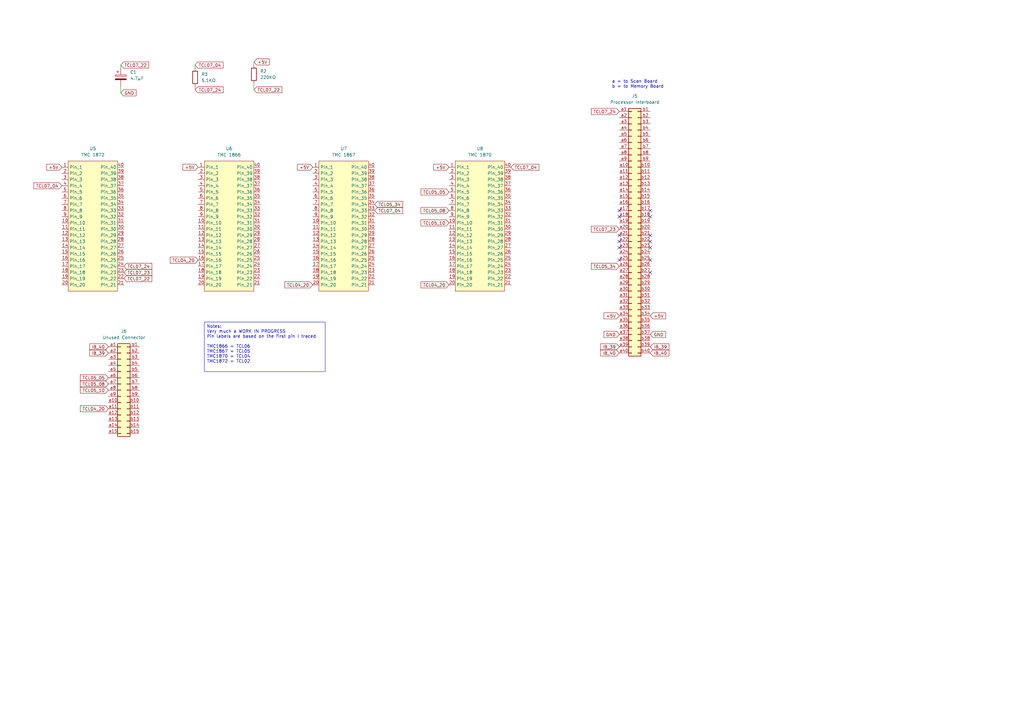
<source format=kicad_sch>
(kicad_sch (version 20250114) (generator "eeschema") (generator_version "9.0")
  (paper "A3")
  (title_block (title "Compucorp 300-Series Processor Board") (date "2/FEB/2026") (rev "WIP") (company "Brett Hallen") (comment 4 "Note!  This is incomplete & maybe has errors"))
  (lib_symbols
    (symbol "Compucorp_324G_Scientist:TMC_1866"
      (property "Reference" "U" (at -10.16 2.54 0))
      (property "Value" "TMC 1866" (at 5.08 2.54 0))
      (symbol "TMC_1866_1_1"
        (rectangle (start -10.16 0) (end 10.16 -53.34) (fill (type color) (color 255 255 194 1)))
        (pin input line (at -12.7 -2.54 0) (length 2.54) (name "Pin_1") (number "1"))
        (pin input line (at -12.7 -5.08 0) (length 2.54) (name "Pin_2") (number "2"))
        (pin input line (at -12.7 -7.62 0) (length 2.54) (name "Pin_3") (number "3"))
        (pin input line (at -12.7 -10.16 0) (length 2.54) (name "Pin_4") (number "4"))
        (pin input line (at -12.7 -12.7 0) (length 2.54) (name "Pin_5") (number "5"))
        (pin input line (at -12.7 -15.24 0) (length 2.54) (name "Pin_6") (number "6"))
        (pin input line (at -12.7 -17.78 0) (length 2.54) (name "Pin_7") (number "7"))
        (pin input line (at -12.7 -20.32 0) (length 2.54) (name "Pin_8") (number "8"))
        (pin input line (at -12.7 -22.86 0) (length 2.54) (name "Pin_9") (number "9"))
        (pin input line (at -12.7 -25.4 0) (length 2.54) (name "Pin_10") (number "10"))
        (pin input line (at -12.7 -27.94 0) (length 2.54) (name "Pin_11") (number "11"))
        (pin input line (at -12.7 -30.48 0) (length 2.54) (name "Pin_12") (number "12"))
        (pin input line (at -12.7 -33.02 0) (length 2.54) (name "Pin_13") (number "13"))
        (pin input line (at -12.7 -35.56 0) (length 2.54) (name "Pin_14") (number "14"))
        (pin input line (at -12.7 -38.1 0) (length 2.54) (name "Pin_15") (number "15"))
        (pin input line (at -12.7 -40.64 0) (length 2.54) (name "Pin_16") (number "16"))
        (pin input line (at -12.7 -43.18 0) (length 2.54) (name "Pin_17") (number "17"))
        (pin input line (at -12.7 -45.72 0) (length 2.54) (name "Pin_18") (number "18"))
        (pin input line (at -12.7 -48.26 0) (length 2.54) (name "Pin_19") (number "19"))
        (pin input line (at -12.7 -50.8 0) (length 2.54) (name "Pin_20") (number "20"))
        (pin input line (at 12.7 -2.54 180) (length 2.54) (name "Pin_40") (number "40"))
        (pin input line (at 12.7 -5.08 180) (length 2.54) (name "Pin_39") (number "39"))
        (pin input line (at 12.7 -7.62 180) (length 2.54) (name "Pin_38") (number "38"))
        (pin input line (at 12.7 -10.16 180) (length 2.54) (name "Pin_37") (number "37"))
        (pin input line (at 12.7 -12.7 180) (length 2.54) (name "Pin_36") (number "36"))
        (pin input line (at 12.7 -15.24 180) (length 2.54) (name "Pin_35") (number "35"))
        (pin input line (at 12.7 -17.78 180) (length 2.54) (name "Pin_34") (number "34"))
        (pin input line (at 12.7 -20.32 180) (length 2.54) (name "Pin_33") (number "33"))
        (pin input line (at 12.7 -22.86 180) (length 2.54) (name "Pin_32") (number "32"))
        (pin input line (at 12.7 -25.4 180) (length 2.54) (name "Pin_31") (number "31"))
        (pin input line (at 12.7 -27.94 180) (length 2.54) (name "Pin_30") (number "30"))
        (pin input line (at 12.7 -30.48 180) (length 2.54) (name "Pin_29") (number "29"))
        (pin input line (at 12.7 -33.02 180) (length 2.54) (name "Pin_28") (number "28"))
        (pin input line (at 12.7 -35.56 180) (length 2.54) (name "Pin_27") (number "27"))
        (pin input line (at 12.7 -38.1 180) (length 2.54) (name "Pin_26") (number "26"))
        (pin input line (at 12.7 -40.64 180) (length 2.54) (name "Pin_25") (number "25"))
        (pin input line (at 12.7 -43.18 180) (length 2.54) (name "Pin_24") (number "24"))
        (pin input line (at 12.7 -45.72 180) (length 2.54) (name "Pin_23") (number "23"))
        (pin input line (at 12.7 -48.26 180) (length 2.54) (name "Pin_22") (number "22"))
        (pin input line (at 12.7 -50.8 180) (length 2.54) (name "Pin_21") (number "21"))
      )
    )
    (symbol "Compucorp_324G_Scientist:TMC_1867"
      (property "Reference" "U" (at -10.16 2.54 0))
      (property "Value" "TMC 1867" (at 5.08 2.54 0))
      (symbol "TMC_1867_1_1"
        (rectangle (start -10.16 0) (end 10.16 -53.34) (fill (type color) (color 255 255 194 1)))
        (pin input line (at -12.7 -2.54 0) (length 2.54) (name "Pin_1") (number "1"))
        (pin input line (at -12.7 -5.08 0) (length 2.54) (name "Pin_2") (number "2"))
        (pin input line (at -12.7 -7.62 0) (length 2.54) (name "Pin_3") (number "3"))
        (pin input line (at -12.7 -10.16 0) (length 2.54) (name "Pin_4") (number "4"))
        (pin input line (at -12.7 -12.7 0) (length 2.54) (name "Pin_5") (number "5"))
        (pin input line (at -12.7 -15.24 0) (length 2.54) (name "Pin_6") (number "6"))
        (pin input line (at -12.7 -17.78 0) (length 2.54) (name "Pin_7") (number "7"))
        (pin input line (at -12.7 -20.32 0) (length 2.54) (name "Pin_8") (number "8"))
        (pin input line (at -12.7 -22.86 0) (length 2.54) (name "Pin_9") (number "9"))
        (pin input line (at -12.7 -25.4 0) (length 2.54) (name "Pin_10") (number "10"))
        (pin input line (at -12.7 -27.94 0) (length 2.54) (name "Pin_11") (number "11"))
        (pin input line (at -12.7 -30.48 0) (length 2.54) (name "Pin_12") (number "12"))
        (pin input line (at -12.7 -33.02 0) (length 2.54) (name "Pin_13") (number "13"))
        (pin input line (at -12.7 -35.56 0) (length 2.54) (name "Pin_14") (number "14"))
        (pin input line (at -12.7 -38.1 0) (length 2.54) (name "Pin_15") (number "15"))
        (pin input line (at -12.7 -40.64 0) (length 2.54) (name "Pin_16") (number "16"))
        (pin input line (at -12.7 -43.18 0) (length 2.54) (name "Pin_17") (number "17"))
        (pin input line (at -12.7 -45.72 0) (length 2.54) (name "Pin_18") (number "18"))
        (pin input line (at -12.7 -48.26 0) (length 2.54) (name "Pin_19") (number "19"))
        (pin input line (at -12.7 -50.8 0) (length 2.54) (name "Pin_20") (number "20"))
        (pin input line (at 12.7 -2.54 180) (length 2.54) (name "Pin_40") (number "40"))
        (pin input line (at 12.7 -5.08 180) (length 2.54) (name "Pin_39") (number "39"))
        (pin input line (at 12.7 -7.62 180) (length 2.54) (name "Pin_38") (number "38"))
        (pin input line (at 12.7 -10.16 180) (length 2.54) (name "Pin_37") (number "37"))
        (pin input line (at 12.7 -12.7 180) (length 2.54) (name "Pin_36") (number "36"))
        (pin input line (at 12.7 -15.24 180) (length 2.54) (name "Pin_35") (number "35"))
        (pin input line (at 12.7 -17.78 180) (length 2.54) (name "Pin_34") (number "34"))
        (pin input line (at 12.7 -20.32 180) (length 2.54) (name "Pin_33") (number "33"))
        (pin input line (at 12.7 -22.86 180) (length 2.54) (name "Pin_32") (number "32"))
        (pin input line (at 12.7 -25.4 180) (length 2.54) (name "Pin_31") (number "31"))
        (pin input line (at 12.7 -27.94 180) (length 2.54) (name "Pin_30") (number "30"))
        (pin input line (at 12.7 -30.48 180) (length 2.54) (name "Pin_29") (number "29"))
        (pin input line (at 12.7 -33.02 180) (length 2.54) (name "Pin_28") (number "28"))
        (pin input line (at 12.7 -35.56 180) (length 2.54) (name "Pin_27") (number "27"))
        (pin input line (at 12.7 -38.1 180) (length 2.54) (name "Pin_26") (number "26"))
        (pin input line (at 12.7 -40.64 180) (length 2.54) (name "Pin_25") (number "25"))
        (pin input line (at 12.7 -43.18 180) (length 2.54) (name "Pin_24") (number "24"))
        (pin input line (at 12.7 -45.72 180) (length 2.54) (name "Pin_23") (number "23"))
        (pin input line (at 12.7 -48.26 180) (length 2.54) (name "Pin_22") (number "22"))
        (pin input line (at 12.7 -50.8 180) (length 2.54) (name "Pin_21") (number "21"))
      )
    )
    (symbol "Compucorp_324G_Scientist:TMC_1870"
      (property "Reference" "U" (at -10.16 2.54 0))
      (property "Value" "TMC 1870" (at 5.08 2.54 0))
      (symbol "TMC_1870_1_1"
        (rectangle (start -10.16 0) (end 10.16 -53.34) (fill (type color) (color 255 255 194 1)))
        (pin input line (at -12.7 -2.54 0) (length 2.54) (name "Pin_1") (number "1"))
        (pin input line (at -12.7 -5.08 0) (length 2.54) (name "Pin_2") (number "2"))
        (pin input line (at -12.7 -7.62 0) (length 2.54) (name "Pin_3") (number "3"))
        (pin input line (at -12.7 -10.16 0) (length 2.54) (name "Pin_4") (number "4"))
        (pin input line (at -12.7 -12.7 0) (length 2.54) (name "Pin_5") (number "5"))
        (pin input line (at -12.7 -15.24 0) (length 2.54) (name "Pin_6") (number "6"))
        (pin input line (at -12.7 -17.78 0) (length 2.54) (name "Pin_7") (number "7"))
        (pin input line (at -12.7 -20.32 0) (length 2.54) (name "Pin_8") (number "8"))
        (pin input line (at -12.7 -22.86 0) (length 2.54) (name "Pin_9") (number "9"))
        (pin input line (at -12.7 -25.4 0) (length 2.54) (name "Pin_10") (number "10"))
        (pin input line (at -12.7 -27.94 0) (length 2.54) (name "Pin_11") (number "11"))
        (pin input line (at -12.7 -30.48 0) (length 2.54) (name "Pin_12") (number "12"))
        (pin input line (at -12.7 -33.02 0) (length 2.54) (name "Pin_13") (number "13"))
        (pin input line (at -12.7 -35.56 0) (length 2.54) (name "Pin_14") (number "14"))
        (pin input line (at -12.7 -38.1 0) (length 2.54) (name "Pin_15") (number "15"))
        (pin input line (at -12.7 -40.64 0) (length 2.54) (name "Pin_16") (number "16"))
        (pin input line (at -12.7 -43.18 0) (length 2.54) (name "Pin_17") (number "17"))
        (pin input line (at -12.7 -45.72 0) (length 2.54) (name "Pin_18") (number "18"))
        (pin input line (at -12.7 -48.26 0) (length 2.54) (name "Pin_19") (number "19"))
        (pin input line (at -12.7 -50.8 0) (length 2.54) (name "Pin_20") (number "20"))
        (pin input line (at 12.7 -2.54 180) (length 2.54) (name "Pin_40") (number "40"))
        (pin input line (at 12.7 -5.08 180) (length 2.54) (name "Pin_39") (number "39"))
        (pin input line (at 12.7 -7.62 180) (length 2.54) (name "Pin_38") (number "38"))
        (pin input line (at 12.7 -10.16 180) (length 2.54) (name "Pin_37") (number "37"))
        (pin input line (at 12.7 -12.7 180) (length 2.54) (name "Pin_36") (number "36"))
        (pin input line (at 12.7 -15.24 180) (length 2.54) (name "Pin_35") (number "35"))
        (pin input line (at 12.7 -17.78 180) (length 2.54) (name "Pin_34") (number "34"))
        (pin input line (at 12.7 -20.32 180) (length 2.54) (name "Pin_33") (number "33"))
        (pin input line (at 12.7 -22.86 180) (length 2.54) (name "Pin_32") (number "32"))
        (pin input line (at 12.7 -25.4 180) (length 2.54) (name "Pin_31") (number "31"))
        (pin input line (at 12.7 -27.94 180) (length 2.54) (name "Pin_30") (number "30"))
        (pin input line (at 12.7 -30.48 180) (length 2.54) (name "Pin_29") (number "29"))
        (pin input line (at 12.7 -33.02 180) (length 2.54) (name "Pin_28") (number "28"))
        (pin input line (at 12.7 -35.56 180) (length 2.54) (name "Pin_27") (number "27"))
        (pin input line (at 12.7 -38.1 180) (length 2.54) (name "Pin_26") (number "26"))
        (pin input line (at 12.7 -40.64 180) (length 2.54) (name "Pin_25") (number "25"))
        (pin input line (at 12.7 -43.18 180) (length 2.54) (name "Pin_24") (number "24"))
        (pin input line (at 12.7 -45.72 180) (length 2.54) (name "Pin_23") (number "23"))
        (pin input line (at 12.7 -48.26 180) (length 2.54) (name "Pin_22") (number "22"))
        (pin input line (at 12.7 -50.8 180) (length 2.54) (name "Pin_21") (number "21"))
      )
    )
    (symbol "Compucorp_324G_Scientist:TMC_1872"
      (property "Reference" "U" (at -10.16 2.54 0))
      (property "Value" "TMC 1872" (at 5.08 2.54 0))
      (symbol "TMC_1872_1_1"
        (rectangle (start -10.16 0) (end 10.16 -53.34) (fill (type color) (color 255 255 194 1)))
        (pin input line (at -12.7 -2.54 0) (length 2.54) (name "Pin_1") (number "1"))
        (pin input line (at -12.7 -5.08 0) (length 2.54) (name "Pin_2") (number "2"))
        (pin input line (at -12.7 -7.62 0) (length 2.54) (name "Pin_3") (number "3"))
        (pin input line (at -12.7 -10.16 0) (length 2.54) (name "Pin_4") (number "4"))
        (pin input line (at -12.7 -12.7 0) (length 2.54) (name "Pin_5") (number "5"))
        (pin input line (at -12.7 -15.24 0) (length 2.54) (name "Pin_6") (number "6"))
        (pin input line (at -12.7 -17.78 0) (length 2.54) (name "Pin_7") (number "7"))
        (pin input line (at -12.7 -20.32 0) (length 2.54) (name "Pin_8") (number "8"))
        (pin input line (at -12.7 -22.86 0) (length 2.54) (name "Pin_9") (number "9"))
        (pin input line (at -12.7 -25.4 0) (length 2.54) (name "Pin_10") (number "10"))
        (pin input line (at -12.7 -27.94 0) (length 2.54) (name "Pin_11") (number "11"))
        (pin input line (at -12.7 -30.48 0) (length 2.54) (name "Pin_12") (number "12"))
        (pin input line (at -12.7 -33.02 0) (length 2.54) (name "Pin_13") (number "13"))
        (pin input line (at -12.7 -35.56 0) (length 2.54) (name "Pin_14") (number "14"))
        (pin input line (at -12.7 -38.1 0) (length 2.54) (name "Pin_15") (number "15"))
        (pin input line (at -12.7 -40.64 0) (length 2.54) (name "Pin_16") (number "16"))
        (pin input line (at -12.7 -43.18 0) (length 2.54) (name "Pin_17") (number "17"))
        (pin input line (at -12.7 -45.72 0) (length 2.54) (name "Pin_18") (number "18"))
        (pin input line (at -12.7 -48.26 0) (length 2.54) (name "Pin_19") (number "19"))
        (pin input line (at -12.7 -50.8 0) (length 2.54) (name "Pin_20") (number "20"))
        (pin input line (at 12.7 -2.54 180) (length 2.54) (name "Pin_40") (number "40"))
        (pin input line (at 12.7 -5.08 180) (length 2.54) (name "Pin_39") (number "39"))
        (pin input line (at 12.7 -7.62 180) (length 2.54) (name "Pin_38") (number "38"))
        (pin input line (at 12.7 -10.16 180) (length 2.54) (name "Pin_37") (number "37"))
        (pin input line (at 12.7 -12.7 180) (length 2.54) (name "Pin_36") (number "36"))
        (pin input line (at 12.7 -15.24 180) (length 2.54) (name "Pin_35") (number "35"))
        (pin input line (at 12.7 -17.78 180) (length 2.54) (name "Pin_34") (number "34"))
        (pin input line (at 12.7 -20.32 180) (length 2.54) (name "Pin_33") (number "33"))
        (pin input line (at 12.7 -22.86 180) (length 2.54) (name "Pin_32") (number "32"))
        (pin input line (at 12.7 -25.4 180) (length 2.54) (name "Pin_31") (number "31"))
        (pin input line (at 12.7 -27.94 180) (length 2.54) (name "Pin_30") (number "30"))
        (pin input line (at 12.7 -30.48 180) (length 2.54) (name "Pin_29") (number "29"))
        (pin input line (at 12.7 -33.02 180) (length 2.54) (name "Pin_28") (number "28"))
        (pin input line (at 12.7 -35.56 180) (length 2.54) (name "Pin_27") (number "27"))
        (pin input line (at 12.7 -38.1 180) (length 2.54) (name "Pin_26") (number "26"))
        (pin input line (at 12.7 -40.64 180) (length 2.54) (name "Pin_25") (number "25"))
        (pin input line (at 12.7 -43.18 180) (length 2.54) (name "Pin_24") (number "24"))
        (pin input line (at 12.7 -45.72 180) (length 2.54) (name "Pin_23") (number "23"))
        (pin input line (at 12.7 -48.26 180) (length 2.54) (name "Pin_22") (number "22"))
        (pin input line (at 12.7 -50.8 180) (length 2.54) (name "Pin_21") (number "21"))
      )
    )
    (symbol "Connector_Generic:Conn_02x15_Row_Letter_First" (pin_names (offset 1.016) (hide yes))
      (property "Reference" "J" (at 1.27 20.32 0))
      (property "Value" "Conn_02x15_Row_Letter_First" (at 1.27 -20.32 0))
      (symbol "Conn_02x15_Row_Letter_First_1_1"
        (rectangle (start -1.27 19.05) (end 3.81 -19.05) (stroke (width 0.254)) (fill (type background)))
        (rectangle (start -1.27 17.907) (end 0 17.653) (stroke (width 0.1524)))
        (rectangle (start -1.27 15.367) (end 0 15.113) (stroke (width 0.1524)))
        (rectangle (start -1.27 12.827) (end 0 12.573) (stroke (width 0.1524)))
        (rectangle (start -1.27 10.287) (end 0 10.033) (stroke (width 0.1524)))
        (rectangle (start -1.27 7.747) (end 0 7.493) (stroke (width 0.1524)))
        (rectangle (start -1.27 5.207) (end 0 4.953) (stroke (width 0.1524)))
        (rectangle (start -1.27 2.667) (end 0 2.413) (stroke (width 0.1524)))
        (rectangle (start -1.27 0.127) (end 0 -0.127) (stroke (width 0.1524)))
        (rectangle (start -1.27 -2.413) (end 0 -2.667) (stroke (width 0.1524)))
        (rectangle (start -1.27 -4.953) (end 0 -5.207) (stroke (width 0.1524)))
        (rectangle (start -1.27 -7.493) (end 0 -7.747) (stroke (width 0.1524)))
        (rectangle (start -1.27 -10.033) (end 0 -10.287) (stroke (width 0.1524)))
        (rectangle (start -1.27 -12.573) (end 0 -12.827) (stroke (width 0.1524)))
        (rectangle (start -1.27 -15.113) (end 0 -15.367) (stroke (width 0.1524)))
        (rectangle (start -1.27 -17.653) (end 0 -17.907) (stroke (width 0.1524)))
        (rectangle (start 3.81 17.907) (end 2.54 17.653) (stroke (width 0.1524)))
        (rectangle (start 3.81 15.367) (end 2.54 15.113) (stroke (width 0.1524)))
        (rectangle (start 3.81 12.827) (end 2.54 12.573) (stroke (width 0.1524)))
        (rectangle (start 3.81 10.287) (end 2.54 10.033) (stroke (width 0.1524)))
        (rectangle (start 3.81 7.747) (end 2.54 7.493) (stroke (width 0.1524)))
        (rectangle (start 3.81 5.207) (end 2.54 4.953) (stroke (width 0.1524)))
        (rectangle (start 3.81 2.667) (end 2.54 2.413) (stroke (width 0.1524)))
        (rectangle (start 3.81 0.127) (end 2.54 -0.127) (stroke (width 0.1524)))
        (rectangle (start 3.81 -2.413) (end 2.54 -2.667) (stroke (width 0.1524)))
        (rectangle (start 3.81 -4.953) (end 2.54 -5.207) (stroke (width 0.1524)))
        (rectangle (start 3.81 -7.493) (end 2.54 -7.747) (stroke (width 0.1524)))
        (rectangle (start 3.81 -10.033) (end 2.54 -10.287) (stroke (width 0.1524)))
        (rectangle (start 3.81 -12.573) (end 2.54 -12.827) (stroke (width 0.1524)))
        (rectangle (start 3.81 -15.113) (end 2.54 -15.367) (stroke (width 0.1524)))
        (rectangle (start 3.81 -17.653) (end 2.54 -17.907) (stroke (width 0.1524)))
        (pin passive line (at -5.08 17.78 0) (length 3.81) (name "Pin_a1") (number "a1"))
        (pin passive line (at -5.08 15.24 0) (length 3.81) (name "Pin_a2") (number "a2"))
        (pin passive line (at -5.08 12.7 0) (length 3.81) (name "Pin_a3") (number "a3"))
        (pin passive line (at -5.08 10.16 0) (length 3.81) (name "Pin_a4") (number "a4"))
        (pin passive line (at -5.08 7.62 0) (length 3.81) (name "Pin_a5") (number "a5"))
        (pin passive line (at -5.08 5.08 0) (length 3.81) (name "Pin_a6") (number "a6"))
        (pin passive line (at -5.08 2.54 0) (length 3.81) (name "Pin_a7") (number "a7"))
        (pin passive line (at -5.08 0 0) (length 3.81) (name "Pin_a8") (number "a8"))
        (pin passive line (at -5.08 -2.54 0) (length 3.81) (name "Pin_a9") (number "a9"))
        (pin passive line (at -5.08 -5.08 0) (length 3.81) (name "Pin_a10") (number "a10"))
        (pin passive line (at -5.08 -7.62 0) (length 3.81) (name "Pin_a11") (number "a11"))
        (pin passive line (at -5.08 -10.16 0) (length 3.81) (name "Pin_a12") (number "a12"))
        (pin passive line (at -5.08 -12.7 0) (length 3.81) (name "Pin_a13") (number "a13"))
        (pin passive line (at -5.08 -15.24 0) (length 3.81) (name "Pin_a14") (number "a14"))
        (pin passive line (at -5.08 -17.78 0) (length 3.81) (name "Pin_a15") (number "a15"))
        (pin passive line (at 7.62 17.78 180) (length 3.81) (name "Pin_b1") (number "b1"))
        (pin passive line (at 7.62 15.24 180) (length 3.81) (name "Pin_b2") (number "b2"))
        (pin passive line (at 7.62 12.7 180) (length 3.81) (name "Pin_b3") (number "b3"))
        (pin passive line (at 7.62 10.16 180) (length 3.81) (name "Pin_b4") (number "b4"))
        (pin passive line (at 7.62 7.62 180) (length 3.81) (name "Pin_b5") (number "b5"))
        (pin passive line (at 7.62 5.08 180) (length 3.81) (name "Pin_b6") (number "b6"))
        (pin passive line (at 7.62 2.54 180) (length 3.81) (name "Pin_b7") (number "b7"))
        (pin passive line (at 7.62 0 180) (length 3.81) (name "Pin_b8") (number "b8"))
        (pin passive line (at 7.62 -2.54 180) (length 3.81) (name "Pin_b9") (number "b9"))
        (pin passive line (at 7.62 -5.08 180) (length 3.81) (name "Pin_b10") (number "b10"))
        (pin passive line (at 7.62 -7.62 180) (length 3.81) (name "Pin_b11") (number "b11"))
        (pin passive line (at 7.62 -10.16 180) (length 3.81) (name "Pin_b12") (number "b12"))
        (pin passive line (at 7.62 -12.7 180) (length 3.81) (name "Pin_b13") (number "b13"))
        (pin passive line (at 7.62 -15.24 180) (length 3.81) (name "Pin_b14") (number "b14"))
        (pin passive line (at 7.62 -17.78 180) (length 3.81) (name "Pin_b15") (number "b15"))
      )
    )
    (symbol "Connector_Generic:Conn_02x40_Row_Letter_First" (pin_names (offset 1.016) (hide yes))
      (property "Reference" "J" (at 1.27 50.8 0))
      (property "Value" "Conn_02x40_Row_Letter_First" (at 1.27 -53.34 0))
      (symbol "Conn_02x40_Row_Letter_First_1_1"
        (rectangle (start -1.27 49.53) (end 3.81 -52.07) (stroke (width 0.254)) (fill (type background)))
        (rectangle (start -1.27 48.387) (end 0 48.133) (stroke (width 0.1524)))
        (rectangle (start -1.27 45.847) (end 0 45.593) (stroke (width 0.1524)))
        (rectangle (start -1.27 43.307) (end 0 43.053) (stroke (width 0.1524)))
        (rectangle (start -1.27 40.767) (end 0 40.513) (stroke (width 0.1524)))
        (rectangle (start -1.27 38.227) (end 0 37.973) (stroke (width 0.1524)))
        (rectangle (start -1.27 35.687) (end 0 35.433) (stroke (width 0.1524)))
        (rectangle (start -1.27 33.147) (end 0 32.893) (stroke (width 0.1524)))
        (rectangle (start -1.27 30.607) (end 0 30.353) (stroke (width 0.1524)))
        (rectangle (start -1.27 28.067) (end 0 27.813) (stroke (width 0.1524)))
        (rectangle (start -1.27 25.527) (end 0 25.273) (stroke (width 0.1524)))
        (rectangle (start -1.27 22.987) (end 0 22.733) (stroke (width 0.1524)))
        (rectangle (start -1.27 20.447) (end 0 20.193) (stroke (width 0.1524)))
        (rectangle (start -1.27 17.907) (end 0 17.653) (stroke (width 0.1524)))
        (rectangle (start -1.27 15.367) (end 0 15.113) (stroke (width 0.1524)))
        (rectangle (start -1.27 12.827) (end 0 12.573) (stroke (width 0.1524)))
        (rectangle (start -1.27 10.287) (end 0 10.033) (stroke (width 0.1524)))
        (rectangle (start -1.27 7.747) (end 0 7.493) (stroke (width 0.1524)))
        (rectangle (start -1.27 5.207) (end 0 4.953) (stroke (width 0.1524)))
        (rectangle (start -1.27 2.667) (end 0 2.413) (stroke (width 0.1524)))
        (rectangle (start -1.27 0.127) (end 0 -0.127) (stroke (width 0.1524)))
        (rectangle (start -1.27 -2.413) (end 0 -2.667) (stroke (width 0.1524)))
        (rectangle (start -1.27 -4.953) (end 0 -5.207) (stroke (width 0.1524)))
        (rectangle (start -1.27 -7.493) (end 0 -7.747) (stroke (width 0.1524)))
        (rectangle (start -1.27 -10.033) (end 0 -10.287) (stroke (width 0.1524)))
        (rectangle (start -1.27 -12.573) (end 0 -12.827) (stroke (width 0.1524)))
        (rectangle (start -1.27 -15.113) (end 0 -15.367) (stroke (width 0.1524)))
        (rectangle (start -1.27 -17.653) (end 0 -17.907) (stroke (width 0.1524)))
        (rectangle (start -1.27 -20.193) (end 0 -20.447) (stroke (width 0.1524)))
        (rectangle (start -1.27 -22.733) (end 0 -22.987) (stroke (width 0.1524)))
        (rectangle (start -1.27 -25.273) (end 0 -25.527) (stroke (width 0.1524)))
        (rectangle (start -1.27 -27.813) (end 0 -28.067) (stroke (width 0.1524)))
        (rectangle (start -1.27 -30.353) (end 0 -30.607) (stroke (width 0.1524)))
        (rectangle (start -1.27 -32.893) (end 0 -33.147) (stroke (width 0.1524)))
        (rectangle (start -1.27 -35.433) (end 0 -35.687) (stroke (width 0.1524)))
        (rectangle (start -1.27 -37.973) (end 0 -38.227) (stroke (width 0.1524)))
        (rectangle (start -1.27 -40.513) (end 0 -40.767) (stroke (width 0.1524)))
        (rectangle (start -1.27 -43.053) (end 0 -43.307) (stroke (width 0.1524)))
        (rectangle (start -1.27 -45.593) (end 0 -45.847) (stroke (width 0.1524)))
        (rectangle (start -1.27 -48.133) (end 0 -48.387) (stroke (width 0.1524)))
        (rectangle (start -1.27 -50.673) (end 0 -50.927) (stroke (width 0.1524)))
        (rectangle (start 3.81 48.387) (end 2.54 48.133) (stroke (width 0.1524)))
        (rectangle (start 3.81 45.847) (end 2.54 45.593) (stroke (width 0.1524)))
        (rectangle (start 3.81 43.307) (end 2.54 43.053) (stroke (width 0.1524)))
        (rectangle (start 3.81 40.767) (end 2.54 40.513) (stroke (width 0.1524)))
        (rectangle (start 3.81 38.227) (end 2.54 37.973) (stroke (width 0.1524)))
        (rectangle (start 3.81 35.687) (end 2.54 35.433) (stroke (width 0.1524)))
        (rectangle (start 3.81 33.147) (end 2.54 32.893) (stroke (width 0.1524)))
        (rectangle (start 3.81 30.607) (end 2.54 30.353) (stroke (width 0.1524)))
        (rectangle (start 3.81 28.067) (end 2.54 27.813) (stroke (width 0.1524)))
        (rectangle (start 3.81 25.527) (end 2.54 25.273) (stroke (width 0.1524)))
        (rectangle (start 3.81 22.987) (end 2.54 22.733) (stroke (width 0.1524)))
        (rectangle (start 3.81 20.447) (end 2.54 20.193) (stroke (width 0.1524)))
        (rectangle (start 3.81 17.907) (end 2.54 17.653) (stroke (width 0.1524)))
        (rectangle (start 3.81 15.367) (end 2.54 15.113) (stroke (width 0.1524)))
        (rectangle (start 3.81 12.827) (end 2.54 12.573) (stroke (width 0.1524)))
        (rectangle (start 3.81 10.287) (end 2.54 10.033) (stroke (width 0.1524)))
        (rectangle (start 3.81 7.747) (end 2.54 7.493) (stroke (width 0.1524)))
        (rectangle (start 3.81 5.207) (end 2.54 4.953) (stroke (width 0.1524)))
        (rectangle (start 3.81 2.667) (end 2.54 2.413) (stroke (width 0.1524)))
        (rectangle (start 3.81 0.127) (end 2.54 -0.127) (stroke (width 0.1524)))
        (rectangle (start 3.81 -2.413) (end 2.54 -2.667) (stroke (width 0.1524)))
        (rectangle (start 3.81 -4.953) (end 2.54 -5.207) (stroke (width 0.1524)))
        (rectangle (start 3.81 -7.493) (end 2.54 -7.747) (stroke (width 0.1524)))
        (rectangle (start 3.81 -10.033) (end 2.54 -10.287) (stroke (width 0.1524)))
        (rectangle (start 3.81 -12.573) (end 2.54 -12.827) (stroke (width 0.1524)))
        (rectangle (start 3.81 -15.113) (end 2.54 -15.367) (stroke (width 0.1524)))
        (rectangle (start 3.81 -17.653) (end 2.54 -17.907) (stroke (width 0.1524)))
        (rectangle (start 3.81 -20.193) (end 2.54 -20.447) (stroke (width 0.1524)))
        (rectangle (start 3.81 -22.733) (end 2.54 -22.987) (stroke (width 0.1524)))
        (rectangle (start 3.81 -25.273) (end 2.54 -25.527) (stroke (width 0.1524)))
        (rectangle (start 3.81 -27.813) (end 2.54 -28.067) (stroke (width 0.1524)))
        (rectangle (start 3.81 -30.353) (end 2.54 -30.607) (stroke (width 0.1524)))
        (rectangle (start 3.81 -32.893) (end 2.54 -33.147) (stroke (width 0.1524)))
        (rectangle (start 3.81 -35.433) (end 2.54 -35.687) (stroke (width 0.1524)))
        (rectangle (start 3.81 -37.973) (end 2.54 -38.227) (stroke (width 0.1524)))
        (rectangle (start 3.81 -40.513) (end 2.54 -40.767) (stroke (width 0.1524)))
        (rectangle (start 3.81 -43.053) (end 2.54 -43.307) (stroke (width 0.1524)))
        (rectangle (start 3.81 -45.593) (end 2.54 -45.847) (stroke (width 0.1524)))
        (rectangle (start 3.81 -48.133) (end 2.54 -48.387) (stroke (width 0.1524)))
        (rectangle (start 3.81 -50.673) (end 2.54 -50.927) (stroke (width 0.1524)))
        (pin passive line (at -5.08 48.26 0) (length 3.81) (name "Pin_a1") (number "a1"))
        (pin passive line (at -5.08 45.72 0) (length 3.81) (name "Pin_a2") (number "a2"))
        (pin passive line (at -5.08 43.18 0) (length 3.81) (name "Pin_a3") (number "a3"))
        (pin passive line (at -5.08 40.64 0) (length 3.81) (name "Pin_a4") (number "a4"))
        (pin passive line (at -5.08 38.1 0) (length 3.81) (name "Pin_a5") (number "a5"))
        (pin passive line (at -5.08 35.56 0) (length 3.81) (name "Pin_a6") (number "a6"))
        (pin passive line (at -5.08 33.02 0) (length 3.81) (name "Pin_a7") (number "a7"))
        (pin passive line (at -5.08 30.48 0) (length 3.81) (name "Pin_a8") (number "a8"))
        (pin passive line (at -5.08 27.94 0) (length 3.81) (name "Pin_a9") (number "a9"))
        (pin passive line (at -5.08 25.4 0) (length 3.81) (name "Pin_a10") (number "a10"))
        (pin passive line (at -5.08 22.86 0) (length 3.81) (name "Pin_a11") (number "a11"))
        (pin passive line (at -5.08 20.32 0) (length 3.81) (name "Pin_a12") (number "a12"))
        (pin passive line (at -5.08 17.78 0) (length 3.81) (name "Pin_a13") (number "a13"))
        (pin passive line (at -5.08 15.24 0) (length 3.81) (name "Pin_a14") (number "a14"))
        (pin passive line (at -5.08 12.7 0) (length 3.81) (name "Pin_a15") (number "a15"))
        (pin passive line (at -5.08 10.16 0) (length 3.81) (name "Pin_a16") (number "a16"))
        (pin passive line (at -5.08 7.62 0) (length 3.81) (name "Pin_a17") (number "a17"))
        (pin passive line (at -5.08 5.08 0) (length 3.81) (name "Pin_a18") (number "a18"))
        (pin passive line (at -5.08 2.54 0) (length 3.81) (name "Pin_a19") (number "a19"))
        (pin passive line (at -5.08 0 0) (length 3.81) (name "Pin_a20") (number "a20"))
        (pin passive line (at -5.08 -2.54 0) (length 3.81) (name "Pin_a21") (number "a21"))
        (pin passive line (at -5.08 -5.08 0) (length 3.81) (name "Pin_a22") (number "a22"))
        (pin passive line (at -5.08 -7.62 0) (length 3.81) (name "Pin_a23") (number "a23"))
        (pin passive line (at -5.08 -10.16 0) (length 3.81) (name "Pin_a24") (number "a24"))
        (pin passive line (at -5.08 -12.7 0) (length 3.81) (name "Pin_a25") (number "a25"))
        (pin passive line (at -5.08 -15.24 0) (length 3.81) (name "Pin_a26") (number "a26"))
        (pin passive line (at -5.08 -17.78 0) (length 3.81) (name "Pin_a27") (number "a27"))
        (pin passive line (at -5.08 -20.32 0) (length 3.81) (name "Pin_a28") (number "a28"))
        (pin passive line (at -5.08 -22.86 0) (length 3.81) (name "Pin_a29") (number "a29"))
        (pin passive line (at -5.08 -25.4 0) (length 3.81) (name "Pin_a30") (number "a30"))
        (pin passive line (at -5.08 -27.94 0) (length 3.81) (name "Pin_a31") (number "a31"))
        (pin passive line (at -5.08 -30.48 0) (length 3.81) (name "Pin_a32") (number "a32"))
        (pin passive line (at -5.08 -33.02 0) (length 3.81) (name "Pin_a33") (number "a33"))
        (pin passive line (at -5.08 -35.56 0) (length 3.81) (name "Pin_a34") (number "a34"))
        (pin passive line (at -5.08 -38.1 0) (length 3.81) (name "Pin_a35") (number "a35"))
        (pin passive line (at -5.08 -40.64 0) (length 3.81) (name "Pin_a36") (number "a36"))
        (pin passive line (at -5.08 -43.18 0) (length 3.81) (name "Pin_a37") (number "a37"))
        (pin passive line (at -5.08 -45.72 0) (length 3.81) (name "Pin_a38") (number "a38"))
        (pin passive line (at -5.08 -48.26 0) (length 3.81) (name "Pin_a39") (number "a39"))
        (pin passive line (at -5.08 -50.8 0) (length 3.81) (name "Pin_a40") (number "a40"))
        (pin passive line (at 7.62 48.26 180) (length 3.81) (name "Pin_b1") (number "b1"))
        (pin passive line (at 7.62 45.72 180) (length 3.81) (name "Pin_b2") (number "b2"))
        (pin passive line (at 7.62 43.18 180) (length 3.81) (name "Pin_b3") (number "b3"))
        (pin passive line (at 7.62 40.64 180) (length 3.81) (name "Pin_b4") (number "b4"))
        (pin passive line (at 7.62 38.1 180) (length 3.81) (name "Pin_b5") (number "b5"))
        (pin passive line (at 7.62 35.56 180) (length 3.81) (name "Pin_b6") (number "b6"))
        (pin passive line (at 7.62 33.02 180) (length 3.81) (name "Pin_b7") (number "b7"))
        (pin passive line (at 7.62 30.48 180) (length 3.81) (name "Pin_b8") (number "b8"))
        (pin passive line (at 7.62 27.94 180) (length 3.81) (name "Pin_b9") (number "b9"))
        (pin passive line (at 7.62 25.4 180) (length 3.81) (name "Pin_b10") (number "b10"))
        (pin passive line (at 7.62 22.86 180) (length 3.81) (name "Pin_b11") (number "b11"))
        (pin passive line (at 7.62 20.32 180) (length 3.81) (name "Pin_b12") (number "b12"))
        (pin passive line (at 7.62 17.78 180) (length 3.81) (name "Pin_b13") (number "b13"))
        (pin passive line (at 7.62 15.24 180) (length 3.81) (name "Pin_b14") (number "b14"))
        (pin passive line (at 7.62 12.7 180) (length 3.81) (name "Pin_b15") (number "b15"))
        (pin passive line (at 7.62 10.16 180) (length 3.81) (name "Pin_b16") (number "b16"))
        (pin passive line (at 7.62 7.62 180) (length 3.81) (name "Pin_b17") (number "b17"))
        (pin passive line (at 7.62 5.08 180) (length 3.81) (name "Pin_b18") (number "b18"))
        (pin passive line (at 7.62 2.54 180) (length 3.81) (name "Pin_b19") (number "b19"))
        (pin passive line (at 7.62 0 180) (length 3.81) (name "Pin_b20") (number "b20"))
        (pin passive line (at 7.62 -2.54 180) (length 3.81) (name "Pin_b21") (number "b21"))
        (pin passive line (at 7.62 -5.08 180) (length 3.81) (name "Pin_b22") (number "b22"))
        (pin passive line (at 7.62 -7.62 180) (length 3.81) (name "Pin_b23") (number "b23"))
        (pin passive line (at 7.62 -10.16 180) (length 3.81) (name "Pin_b24") (number "b24"))
        (pin passive line (at 7.62 -12.7 180) (length 3.81) (name "Pin_b25") (number "b25"))
        (pin passive line (at 7.62 -15.24 180) (length 3.81) (name "Pin_b26") (number "b26"))
        (pin passive line (at 7.62 -17.78 180) (length 3.81) (name "Pin_b27") (number "b27"))
        (pin passive line (at 7.62 -20.32 180) (length 3.81) (name "Pin_b28") (number "b28"))
        (pin passive line (at 7.62 -22.86 180) (length 3.81) (name "Pin_b29") (number "b29"))
        (pin passive line (at 7.62 -25.4 180) (length 3.81) (name "Pin_b30") (number "b30"))
        (pin passive line (at 7.62 -27.94 180) (length 3.81) (name "Pin_b31") (number "b31"))
        (pin passive line (at 7.62 -30.48 180) (length 3.81) (name "Pin_b32") (number "b32"))
        (pin passive line (at 7.62 -33.02 180) (length 3.81) (name "Pin_b33") (number "b33"))
        (pin passive line (at 7.62 -35.56 180) (length 3.81) (name "Pin_b34") (number "b34"))
        (pin passive line (at 7.62 -38.1 180) (length 3.81) (name "Pin_b35") (number "b35"))
        (pin passive line (at 7.62 -40.64 180) (length 3.81) (name "Pin_b36") (number "b36"))
        (pin passive line (at 7.62 -43.18 180) (length 3.81) (name "Pin_b37") (number "b37"))
        (pin passive line (at 7.62 -45.72 180) (length 3.81) (name "Pin_b38") (number "b38"))
        (pin passive line (at 7.62 -48.26 180) (length 3.81) (name "Pin_b39") (number "b39"))
        (pin passive line (at 7.62 -50.8 180) (length 3.81) (name "Pin_b40") (number "b40"))
      )
    )
    (symbol "Device:C_Polarized" (pin_numbers (hide yes)) (pin_names (offset 0.254))
      (property "Reference" "C" (at 0.635 2.54 0))
      (property "Value" "C_Polarized" (at 0.635 -2.54 0))
      (symbol "C_Polarized_0_1"
        (rectangle (start -2.286 0.508) (end 2.286 1.016))
        (polyline (pts (xy -1.778 2.286) (xy -0.762 2.286)))
        (polyline (pts (xy -1.27 2.794) (xy -1.27 1.778)))
        (rectangle (start 2.286 -0.508) (end -2.286 -1.016) (fill (type outline)))
      )
      (symbol "C_Polarized_1_1"
        (pin passive line (at 0 3.81 270) (length 2.794) (name "~") (number "1"))
        (pin passive line (at 0 -3.81 90) (length 2.794) (name "~") (number "2"))
      )
    )
    (symbol "Device:R" (pin_numbers (hide yes)) (pin_names (offset 0))
      (property "Reference" "R" (at 2.032 0 90))
      (property "Value" "R" (at 0 0 90))
      (symbol "R_0_1"
        (rectangle (start -1.016 -2.54) (end 1.016 2.54) (stroke (width 0.254)))
      )
      (symbol "R_1_1"
        (pin passive line (at 0 3.81 270) (length 1.27) (name "~") (number "1"))
        (pin passive line (at 0 -3.81 90) (length 1.27) (name "~") (number "2"))
      )
    )
  )
  (text "a = to Scan Board\nb = to Memory Board" (at 250.952 34.544 0) (effects (font (size 1.27 1.27)) (justify left)))
  (text_box "Notes:\nVery much a WORK IN PROGRESS\nPin labels are based on the first pin I traced\n\nTMC1866 = TCL06\nTMC1867 = TCL05\nTMC1870 = TCL04\nTMC1872 = TCL02\n" (at 83.82 132.08 0) (size 49.53 20.32) (margins 0.9525 0.9525 0.9525 0.9525) (effects (font (size 1.27 1.27)) (justify left top)))
  (no_connect (at 266.7 111.76))
  (no_connect (at 254 101.6))
  (no_connect (at 254 88.9))
  (no_connect (at 266.7 99.06))
  (no_connect (at 254 106.68))
  (no_connect (at 266.7 88.9))
  (no_connect (at 266.7 106.68))
  (no_connect (at 254 86.36))
  (no_connect (at 254 99.06))
  (no_connect (at 266.7 86.36))
  (no_connect (at 254 96.52))
  (no_connect (at 266.7 96.52))
  (no_connect (at 266.7 101.6))
  (wire (pts (xy 104.14 25.4) (xy 104.14 26.67)))
  (wire (pts (xy 80.01 36.83) (xy 80.01 35.56)))
  (wire (pts (xy 104.14 36.83) (xy 104.14 34.29)))
  (wire (pts (xy 49.53 38.1) (xy 49.53 35.56)))
  (wire (pts (xy 80.01 26.67) (xy 80.01 27.94)))
  (wire (pts (xy 49.53 26.67) (xy 49.53 27.94)))
  (global_label "IB_39" (shape input) (at 254 142.24 180) (property "Intersheetrefs" "${INTERSHEET_REFS}" (effects (hide yes))))
  (global_label "+5V" (shape input) (at 81.28 68.58 180) (property "Intersheetrefs" "${INTERSHEET_REFS}" (effects (hide yes))))
  (global_label "IB_39" (shape input) (at 44.45 144.78 180) (property "Intersheetrefs" "${INTERSHEET_REFS}" (effects (hide yes))))
  (global_label "TCL07_22" (shape input) (at 50.8 114.3 0) (property "Intersheetrefs" "${INTERSHEET_REFS}" (effects (hide yes))))
  (global_label "TCL05_05" (shape input) (at 44.45 154.94 180) (property "Intersheetrefs" "${INTERSHEET_REFS}" (effects (hide yes))))
  (global_label "TCL05_34" (shape input) (at 254 109.22 180) (property "Intersheetrefs" "${INTERSHEET_REFS}" (effects (hide yes))))
  (global_label "TCL04_20" (shape input) (at 44.45 167.64 180) (property "Intersheetrefs" "${INTERSHEET_REFS}" (effects (hide yes))))
  (global_label "TCL05_10" (shape input) (at 184.15 91.44 180) (property "Intersheetrefs" "${INTERSHEET_REFS}" (effects (hide yes))))
  (global_label "IB_40" (shape input) (at 44.45 142.24 180) (property "Intersheetrefs" "${INTERSHEET_REFS}" (effects (hide yes))))
  (global_label "TCL04_20" (shape input) (at 184.15 116.84 180) (property "Intersheetrefs" "${INTERSHEET_REFS}" (effects (hide yes))))
  (global_label "TCL07_04" (shape input) (at 80.01 26.67 0) (property "Intersheetrefs" "${INTERSHEET_REFS}" (effects (hide yes))))
  (global_label "+5V" (shape input) (at 128.27 68.58 180) (property "Intersheetrefs" "${INTERSHEET_REFS}" (effects (hide yes))))
  (global_label "TCL07_24" (shape input) (at 80.01 36.83 0) (property "Intersheetrefs" "${INTERSHEET_REFS}" (effects (hide yes))))
  (global_label "TCL07_04" (shape input) (at 209.55 68.58 0) (property "Intersheetrefs" "${INTERSHEET_REFS}" (effects (hide yes))))
  (global_label "TCL05_34" (shape input) (at 153.67 83.82 0) (property "Intersheetrefs" "${INTERSHEET_REFS}" (effects (hide yes))))
  (global_label "TCL04_20" (shape input) (at 128.27 116.84 180) (property "Intersheetrefs" "${INTERSHEET_REFS}" (effects (hide yes))))
  (global_label "IB_39" (shape input) (at 266.7 142.24 0) (property "Intersheetrefs" "${INTERSHEET_REFS}" (effects (hide yes))))
  (global_label "TCL07_22" (shape input) (at 49.53 26.67 0) (property "Intersheetrefs" "${INTERSHEET_REFS}" (effects (hide yes))))
  (global_label "+5V" (shape input) (at 266.7 129.54 0) (property "Intersheetrefs" "${INTERSHEET_REFS}" (effects (hide yes))))
  (global_label "TCL07_04" (shape input) (at 25.4 76.2 180) (property "Intersheetrefs" "${INTERSHEET_REFS}" (effects (hide yes))))
  (global_label "TCL07_24" (shape input) (at 50.8 109.22 0) (property "Intersheetrefs" "${INTERSHEET_REFS}" (effects (hide yes))))
  (global_label "TCL07_24" (shape input) (at 254 45.72 180) (property "Intersheetrefs" "${INTERSHEET_REFS}" (effects (hide yes))))
  (global_label "+5V" (shape input) (at 254 129.54 180) (property "Intersheetrefs" "${INTERSHEET_REFS}" (effects (hide yes))))
  (global_label "TCL05_08" (shape input) (at 184.15 86.36 180) (property "Intersheetrefs" "${INTERSHEET_REFS}" (effects (hide yes))))
  (global_label "+5V" (shape input) (at 25.4 68.58 180) (property "Intersheetrefs" "${INTERSHEET_REFS}" (effects (hide yes))))
  (global_label "TCL04_20" (shape input) (at 81.28 106.68 180) (property "Intersheetrefs" "${INTERSHEET_REFS}" (effects (hide yes))))
  (global_label "TCL05_10" (shape input) (at 44.45 160.02 180) (property "Intersheetrefs" "${INTERSHEET_REFS}" (effects (hide yes))))
  (global_label "TCL07_23" (shape input) (at 254 93.98 180) (property "Intersheetrefs" "${INTERSHEET_REFS}" (effects (hide yes))))
  (global_label "TCL07_04" (shape input) (at 153.67 86.36 0) (property "Intersheetrefs" "${INTERSHEET_REFS}" (effects (hide yes))))
  (global_label "GND" (shape input) (at 49.53 38.1 0) (property "Intersheetrefs" "${INTERSHEET_REFS}" (effects (hide yes))))
  (global_label "GND" (shape input) (at 266.7 137.16 0) (property "Intersheetrefs" "${INTERSHEET_REFS}" (effects (hide yes))))
  (global_label "TCL05_05" (shape input) (at 184.15 78.74 180) (property "Intersheetrefs" "${INTERSHEET_REFS}" (effects (hide yes))))
  (global_label "TCL07_23" (shape input) (at 50.8 111.76 0) (property "Intersheetrefs" "${INTERSHEET_REFS}" (effects (hide yes))))
  (global_label "GND" (shape input) (at 254 137.16 180) (property "Intersheetrefs" "${INTERSHEET_REFS}" (effects (hide yes))))
  (global_label "+5V" (shape input) (at 184.15 68.58 180) (property "Intersheetrefs" "${INTERSHEET_REFS}" (effects (hide yes))))
  (global_label "+5V" (shape input) (at 104.14 25.4 0) (property "Intersheetrefs" "${INTERSHEET_REFS}" (effects (hide yes))))
  (global_label "TCL05_08" (shape input) (at 44.45 157.48 180) (property "Intersheetrefs" "${INTERSHEET_REFS}" (effects (hide yes))))
  (global_label "TCL07_22" (shape input) (at 104.14 36.83 0) (property "Intersheetrefs" "${INTERSHEET_REFS}" (effects (hide yes))))
  (global_label "IB_40" (shape input) (at 254 144.78 180) (property "Intersheetrefs" "${INTERSHEET_REFS}" (effects (hide yes))))
  (global_label "IB_40" (shape input) (at 266.7 144.78 0) (property "Intersheetrefs" "${INTERSHEET_REFS}" (effects (hide yes))))
  (symbol (lib_id "Device:C_Polarized") (at 49.53 31.75 0) (unit 1)
    (property "Reference" "C1" (at 53.34 29.5909 0) (effects (justify left)))
    (property "Value" "4.7µF" (at 53.34 32.1309 0) (effects (justify left)))
    (property "Description" "Polarized capacitor" (effects (hide yes)))
  )
  (symbol (lib_id "Compucorp_324G_Scientist:TMC_1866") (at 93.98 66.04 0) (unit 1)
    (property "Reference" "U6" (at 93.98 60.96 0))
    (property "Value" "TMC 1866" (at 93.98 63.5 0))
    (property "Description" "Compucorp 300-series Processor Board" (effects (hide yes)))
  )
  (symbol (lib_id "Compucorp_324G_Scientist:TMC_1872") (at 38.1 66.04 0) (unit 1)
    (property "Reference" "U5" (at 38.1 60.96 0))
    (property "Value" "TMC 1872" (at 38.1 63.5 0))
    (property "Description" "Compucorp 300-series Processor Board" (effects (hide yes)))
  )
  (symbol (lib_id "Device:R") (at 104.14 30.48 180) (unit 1)
    (property "Reference" "R2" (at 106.68 29.2099 0) (effects (justify right)))
    (property "Value" "220KΩ" (at 106.68 31.7499 0) (effects (justify right)))
    (property "Description" "Resistor" (effects (hide yes)))
  )
  (symbol (lib_id "Compucorp_324G_Scientist:TMC_1870") (at 196.85 66.04 0) (unit 1)
    (property "Reference" "U8" (at 196.85 60.96 0))
    (property "Value" "TMC 1870" (at 196.85 63.5 0))
    (property "Description" "Compucorp 300-series Processor Board" (effects (hide yes)))
  )
  (symbol (lib_id "Connector_Generic:Conn_02x15_Row_Letter_First") (at 49.53 160.02 0) (unit 1)
    (property "Reference" "J6" (at 50.8 135.89 0))
    (property "Value" "Unused Connector" (at 50.8 138.43 0))
    (property "Description" "Generic connector, double row, 02x15, row letter first pin numbering scheme (pin number consists of a letter for the row and a number for the pin index in this row. a1, ..., aN; b1, ..., bN), script generated (kicad-library-utils/schlib/autogen/connector/)" (effects (hide yes)))
  )
  (symbol (lib_id "Compucorp_324G_Scientist:TMC_1867") (at 140.97 66.04 0) (unit 1)
    (property "Reference" "U7" (at 140.97 60.96 0))
    (property "Value" "TMC 1867" (at 140.97 63.5 0))
    (property "Description" "Compucorp 300-series Processor Board" (effects (hide yes)))
  )
  (symbol (lib_id "Device:R") (at 80.01 31.75 0) (unit 1)
    (property "Reference" "R3" (at 82.55 30.4799 0) (effects (justify left)))
    (property "Value" "5.1KΩ" (at 82.55 33.0199 0) (effects (justify left)))
    (property "Description" "Resistor" (effects (hide yes)))
  )
  (symbol (lib_id "Connector_Generic:Conn_02x40_Row_Letter_First") (at 259.08 93.98 0) (unit 1)
    (property "Reference" "J5" (at 260.35 39.37 0))
    (property "Value" "Processor Interboard" (at 260.35 41.91 0))
    (property "Description" "Generic connector, double row, 02x40, row letter first pin numbering scheme (pin number consists of a letter for the row and a number for the pin index in this row. a1, ..., aN; b1, ..., bN), script generated (kicad-library-utils/schlib/autogen/connector/)" (effects (hide yes)))
  )
)
</source>
